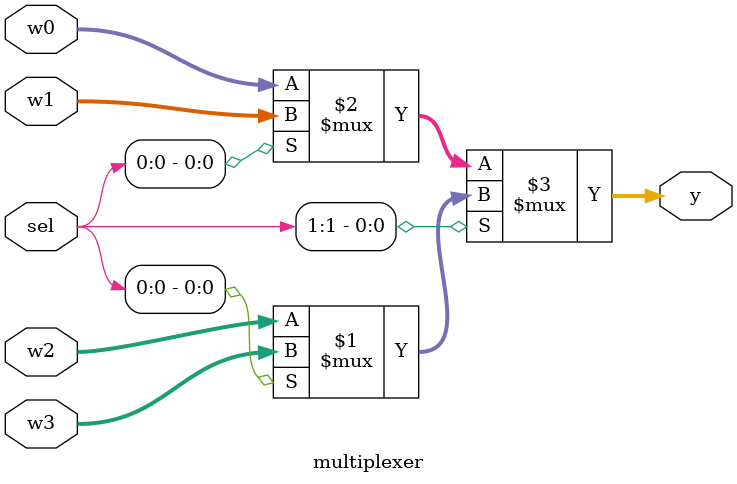
<source format=v>
`timescale 1ns / 1ps
module multiplexer(
   input [3:0] w3 ,
   input [3:0] w2 ,
   input [3:0] w1 ,
   input [3:0] w0 ,
   input [1:0] sel ,
   output [3:0] y
);

  assign y=sel[1]?(sel[0]?w3:w2):(sel[0]?w1:w0);
  endmodule
</source>
